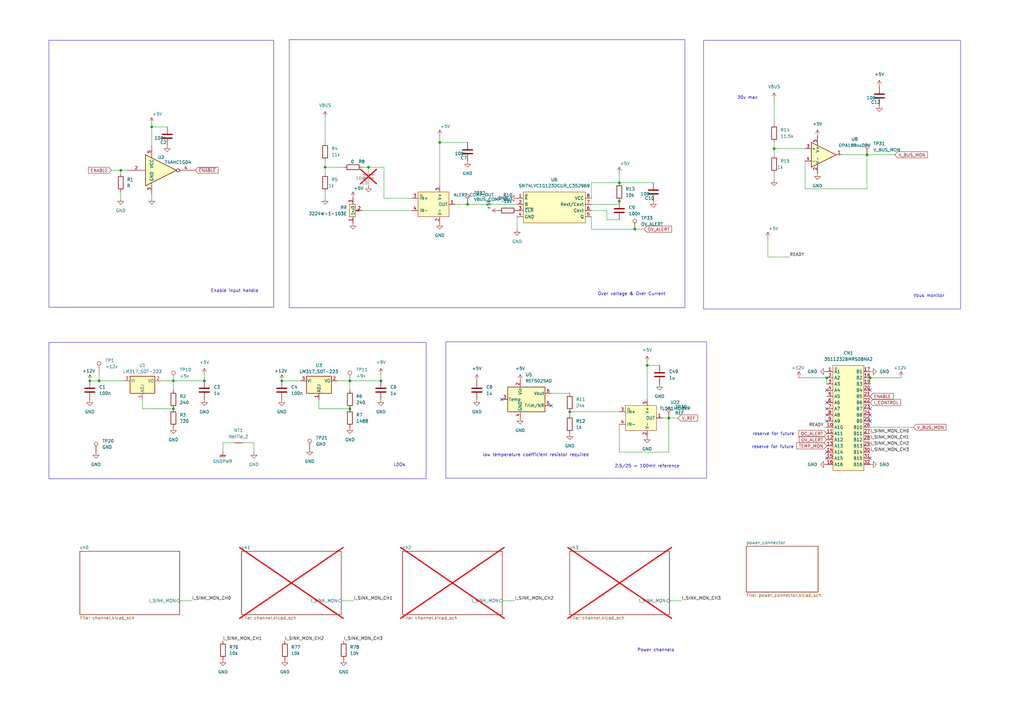
<source format=kicad_sch>
(kicad_sch (version 20250114) (generator "eeschema") (generator_version "9.0")
  (paper "A3")
  (lib_symbols
    (symbol "74xGxx:74AHC1G04"
      (property "Reference" "U" (at -2.54 3.81 0))
      (property "Value" "74AHC1G04" (at 0 -3.81 0))
      (symbol "74AHC1G04_0_1"
        (polyline (pts (xy -7.62 6.35) (xy -7.62 -6.35) (xy 5.08 0) (xy -7.62 6.35)) (stroke (width 0.254)) (fill (type background)))
      )
      (symbol "74AHC1G04_1_1"
        (pin input line (at -15.24 0 0) (length 7.62) (name "~") (number "2"))
        (pin no_connect line (at -7.62 2.54 0) (length 2.54) (hide yes) (name "NC") (number "1"))
        (pin power_in line (at -5.08 10.16 270) (length 5.08) (name "VCC") (number "5"))
        (pin power_in line (at -5.08 -10.16 90) (length 5.08) (name "GND") (number "3"))
        (pin output inverted (at 12.7 0 180) (length 7.62) (name "~") (number "4"))
      )
    )
    (symbol "Amplifier_Operational:OPA188xxDBV" (pin_names (offset 0.127))
      (property "Reference" "U" (at 0 5.08 0))
      (property "Value" "OPA188xxDBV" (at 0 -5.08 0))
      (symbol "OPA188xxDBV_0_1"
        (polyline (pts (xy -5.08 5.08) (xy 5.08 0) (xy -5.08 -5.08) (xy -5.08 5.08)) (stroke (width 0.254)) (fill (type background)))
        (pin power_in line (at -2.54 7.62 270) (length 3.81) (name "V+") (number "5"))
        (pin power_in line (at -2.54 -7.62 90) (length 3.81) (name "V-") (number "2"))
      )
      (symbol "OPA188xxDBV_1_1"
        (pin input line (at -7.62 2.54 0) (length 2.54) (name "+") (number "3"))
        (pin input line (at -7.62 -2.54 0) (length 2.54) (name "-") (number "4"))
        (pin output line (at 7.62 0 180) (length 2.54) (name "~") (number "1"))
      )
    )
    (symbol "Connector:TestPoint" (pin_numbers (hide yes)) (pin_names (offset 0.762) (hide yes))
      (property "Reference" "TP" (at 0 6.858 0))
      (property "Value" "TestPoint" (at 0 5.08 0))
      (symbol "TestPoint_0_1"
        (circle (center 0 3.302) (radius 0.762))
      )
      (symbol "TestPoint_1_1"
        (pin passive line (at 0 0 90) (length 2.54) (name "1") (number "1"))
      )
    )
    (symbol "Device:C" (pin_numbers (hide yes)) (pin_names (offset 0.254))
      (property "Reference" "C" (at 0.635 2.54 0))
      (property "Value" "C" (at 0.635 -2.54 0))
      (symbol "C_0_1"
        (polyline (pts (xy -2.032 0.762) (xy 2.032 0.762)) (stroke (width 0.508)))
        (polyline (pts (xy -2.032 -0.762) (xy 2.032 -0.762)) (stroke (width 0.508)))
      )
      (symbol "C_1_1"
        (pin passive line (at 0 3.81 270) (length 2.794) (name "~") (number "1"))
        (pin passive line (at 0 -3.81 90) (length 2.794) (name "~") (number "2"))
      )
    )
    (symbol "Device:NetTie_2" (pin_numbers (hide yes)) (pin_names (offset 0) (hide yes)) (in_bom no)
      (property "Reference" "NT" (at 0 1.27 0))
      (property "Value" "NetTie_2" (at 0 -1.27 0))
      (symbol "NetTie_2_0_1"
        (polyline (pts (xy -1.27 0) (xy 1.27 0)) (stroke (width 0.254)))
      )
      (symbol "NetTie_2_1_1"
        (pin passive line (at -2.54 0 0) (length 2.54) (name "1") (number "1"))
        (pin passive line (at 2.54 0 180) (length 2.54) (name "2") (number "2"))
      )
    )
    (symbol "Device:R" (pin_numbers (hide yes)) (pin_names (offset 0))
      (property "Reference" "R" (at 2.032 0 90))
      (property "Value" "R" (at 0 0 90))
      (symbol "R_0_1"
        (rectangle (start -1.016 -2.54) (end 1.016 2.54) (stroke (width 0.254)))
      )
      (symbol "R_1_1"
        (pin passive line (at 0 3.81 270) (length 1.27) (name "~") (number "1"))
        (pin passive line (at 0 -3.81 90) (length 1.27) (name "~") (number "2"))
      )
    )
    (symbol "Reference_Voltage:REF5025AD" (pin_names (offset 0.254))
      (property "Reference" "U" (at -1.27 8.255 0))
      (property "Value" "REF5025AD" (at -1.27 6.35 0))
      (symbol "REF5025AD_0_1"
        (rectangle (start -7.62 5.08) (end 7.62 -5.08) (stroke (width 0.254)) (fill (type background)))
      )
      (symbol "REF5025AD_1_1"
        (pin passive line (at -10.16 0 0) (length 2.54) (name "Temp") (number "3"))
        (pin no_connect line (at -7.62 2.54 0) (length 2.54) (hide yes) (name "DNC") (number "1"))
        (pin no_connect line (at -5.08 -5.08 90) (length 2.54) (hide yes) (name "NC") (number "7"))
        (pin power_in line (at -2.54 7.62 270) (length 2.54) (name "Vin") (number "2"))
        (pin power_in line (at -2.54 -7.62 90) (length 2.54) (name "GND") (number "4"))
        (pin no_connect line (at 7.62 0 180) (length 2.54) (hide yes) (name "DNC") (number "8"))
        (pin power_out line (at 10.16 2.54 180) (length 2.54) (name "Vout") (number "6"))
        (pin passive line (at 10.16 -2.54 180) (length 2.54) (name "Trim/NR") (number "5"))
      )
    )
    (symbol "Regulator_Linear:LM317_SOT-223" (pin_names (offset 0.254))
      (property "Reference" "U" (at -3.81 3.175 0))
      (property "Value" "LM317_SOT-223" (at 0 3.175 0))
      (symbol "LM317_SOT-223_0_1"
        (rectangle (start -5.08 1.905) (end 5.08 -5.08) (stroke (width 0.254)) (fill (type background)))
      )
      (symbol "LM317_SOT-223_1_1"
        (pin power_in line (at -7.62 0 0) (length 2.54) (name "VI") (number "3"))
        (pin input line (at 0 -7.62 90) (length 2.54) (name "ADJ") (number "1"))
        (pin power_out line (at 7.62 0 180) (length 2.54) (name "VO") (number "2"))
      )
    )
    (symbol "TL081HIDBVR_1"
      (property "Reference" "U" (at 0 7.62 0))
      (property "Value" "TL081HIDBVR" (at 0 -7.62 0))
      (symbol "TL081HIDBVR_1_0_1"
        (rectangle (start -6.35 5.08) (end 6.35 -5.08) (fill (type background)))
        (circle (center -5.08 3.81) (radius 0.38))
        (pin unspecified line (at -8.89 2.54 0) (length 2.54) (name "IN+") (number "3"))
        (pin unspecified line (at -8.89 -2.54 0) (length 2.54) (name "IN-") (number "4"))
        (pin unspecified line (at 2.54 7.62 270) (length 2.54) (name "V+") (number "5"))
        (pin unspecified line (at 2.54 -7.62 90) (length 2.54) (name "V-") (number "2"))
        (pin unspecified line (at 8.89 0 180) (length 2.54) (name "OUT") (number "1"))
      )
    )
    (symbol "power:+5V" (power) (pin_numbers (hide yes)) (pin_names (offset 0) (hide yes))
      (property "Value" "+5V" (at 0 3.556 0))
      (symbol "+5V_0_1"
        (polyline (pts (xy -0.762 1.27) (xy 0 2.54)))
        (polyline (pts (xy 0 2.54) (xy 0.762 1.27)))
        (polyline (pts (xy 0 0) (xy 0 2.54)))
      )
      (symbol "+5V_1_1"
        (pin power_in line (at 0 0 90) (length 0) (name "~") (number "1"))
      )
    )
    (symbol "power:+9V" (power) (pin_numbers (hide yes)) (pin_names (offset 0) (hide yes))
      (property "Value" "+9V" (at 0 3.556 0))
      (symbol "+9V_0_1"
        (polyline (pts (xy -0.762 1.27) (xy 0 2.54)))
        (polyline (pts (xy 0 2.54) (xy 0.762 1.27)))
        (polyline (pts (xy 0 0) (xy 0 2.54)))
      )
      (symbol "+9V_1_1"
        (pin power_in line (at 0 0 90) (length 0) (name "~") (number "1"))
      )
    )
    (symbol "power:GND" (power) (pin_numbers (hide yes)) (pin_names (offset 0) (hide yes))
      (property "Value" "GND" (at 0 -3.81 0))
      (symbol "GND_0_1"
        (polyline (pts (xy 0 0) (xy 0 -1.27) (xy 1.27 -1.27) (xy 0 -2.54) (xy -1.27 -1.27) (xy 0 -1.27)))
      )
      (symbol "GND_1_1"
        (pin power_in line (at 0 0 270) (length 0) (name "~") (number "1"))
      )
    )
    (symbol "power:GNDPWR" (power) (pin_numbers (hide yes)) (pin_names (offset 0) (hide yes))
      (property "Value" "GNDPWR" (at 0 -3.302 0))
      (symbol "GNDPWR_0_1"
        (polyline (pts (xy -1.016 -1.27) (xy -1.27 -2.032) (xy -1.27 -2.032)) (stroke (width 0.2032)))
        (polyline (pts (xy -0.508 -1.27) (xy -0.762 -2.032) (xy -0.762 -2.032)) (stroke (width 0.2032)))
        (polyline (pts (xy 0 -1.27) (xy 0 0)))
        (polyline (pts (xy 0 -1.27) (xy -0.254 -2.032) (xy -0.254 -2.032)) (stroke (width 0.2032)))
        (polyline (pts (xy 0.508 -1.27) (xy 0.254 -2.032) (xy 0.254 -2.032)) (stroke (width 0.2032)))
        (polyline (pts (xy 1.016 -1.27) (xy -1.016 -1.27) (xy -1.016 -1.27)) (stroke (width 0.2032)))
        (polyline (pts (xy 1.016 -1.27) (xy 0.762 -2.032) (xy 0.762 -2.032) (xy 0.762 -2.032)) (stroke (width 0.2032)))
      )
      (symbol "GNDPWR_1_1"
        (pin power_in line (at 0 0 270) (length 0) (name "~") (number "1"))
      )
    )
    (symbol "power:VBUS" (power) (pin_numbers (hide yes)) (pin_names (offset 0) (hide yes))
      (property "Value" "VBUS" (at 0 3.556 0))
      (symbol "VBUS_0_1"
        (polyline (pts (xy -0.762 1.27) (xy 0 2.54)))
        (polyline (pts (xy 0 2.54) (xy 0.762 1.27)))
        (polyline (pts (xy 0 0) (xy 0 2.54)))
      )
      (symbol "VBUS_1_1"
        (pin power_in line (at 0 0 90) (length 0) (name "~") (number "1"))
      )
    )
    (symbol "programmable-load-library:3224W-1-103E"
      (property "Reference" "R" (at 0 10.16 0))
      (property "Value" "3224W-1-103E" (at 0 -10.16 0))
      (symbol "3224W-1-103E_0_1"
        (polyline (pts (xy -0.25 0) (xy -1.52 0)))
        (polyline (pts (xy 0.25 0) (xy -1.02 -0.51) (xy -1.02 0.51) (xy 0.25 0)) (fill (type background)))
        (polyline (pts (xy 0.25 -2.54) (xy 0.25 2.54) (xy 2.79 2.54) (xy 2.79 -2.54) (xy 0.25 -2.54)) (fill (type background)))
        (pin input line (at -2.54 0 0) (length 2.54) (name "2") (number "2"))
        (pin input line (at 1.27 5.08 270) (length 2.54) (name "1") (number "1"))
        (pin input line (at 1.27 -5.08 90) (length 2.54) (name "3") (number "3"))
      )
    )
    (symbol "programmable-load-library:3511232BMRS0BNA2"
      (property "Reference" "CN" (at 0 24.13 0))
      (property "Value" "3511232BMRS0BNA2" (at 0 -24.13 0))
      (symbol "3511232BMRS0BNA2_0_1"
        (rectangle (start -6.35 21.59) (end 6.35 -21.59) (fill (type background)))
        (circle (center -5.08 20.32) (radius 0.38))
        (pin unspecified line (at -8.89 19.05 0) (length 2.54) (name "A1") (number "1"))
        (pin unspecified line (at -8.89 16.51 0) (length 2.54) (name "A2") (number "2"))
        (pin unspecified line (at -8.89 13.97 0) (length 2.54) (name "A3") (number "3"))
        (pin unspecified line (at -8.89 11.43 0) (length 2.54) (name "A4") (number "4"))
        (pin unspecified line (at -8.89 8.89 0) (length 2.54) (name "A5") (number "5"))
        (pin unspecified line (at -8.89 6.35 0) (length 2.54) (name "A6") (number "6"))
        (pin unspecified line (at -8.89 3.81 0) (length 2.54) (name "A7") (number "7"))
        (pin unspecified line (at -8.89 1.27 0) (length 2.54) (name "A8") (number "8"))
        (pin unspecified line (at -8.89 -1.27 0) (length 2.54) (name "A9") (number "9"))
        (pin unspecified line (at -8.89 -3.81 0) (length 2.54) (name "A10") (number "10"))
        (pin unspecified line (at -8.89 -6.35 0) (length 2.54) (name "A11") (number "11"))
        (pin unspecified line (at -8.89 -8.89 0) (length 2.54) (name "A12") (number "12"))
        (pin unspecified line (at -8.89 -11.43 0) (length 2.54) (name "A13") (number "13"))
        (pin unspecified line (at -8.89 -13.97 0) (length 2.54) (name "A14") (number "14"))
        (pin unspecified line (at -8.89 -16.51 0) (length 2.54) (name "A15") (number "15"))
        (pin unspecified line (at -8.89 -19.05 0) (length 2.54) (name "A16") (number "16"))
        (pin unspecified line (at 8.89 19.05 180) (length 2.54) (name "B1") (number "17"))
        (pin unspecified line (at 8.89 16.51 180) (length 2.54) (name "B2") (number "18"))
        (pin unspecified line (at 8.89 13.97 180) (length 2.54) (name "B3") (number "19"))
        (pin unspecified line (at 8.89 11.43 180) (length 2.54) (name "B4") (number "20"))
        (pin unspecified line (at 8.89 8.89 180) (length 2.54) (name "B5") (number "21"))
        (pin unspecified line (at 8.89 6.35 180) (length 2.54) (name "B6") (number "22"))
        (pin unspecified line (at 8.89 3.81 180) (length 2.54) (name "B7") (number "23"))
        (pin unspecified line (at 8.89 1.27 180) (length 2.54) (name "B8") (number "24"))
        (pin unspecified line (at 8.89 -1.27 180) (length 2.54) (name "B9") (number "25"))
        (pin unspecified line (at 8.89 -3.81 180) (length 2.54) (name "B10") (number "26"))
        (pin unspecified line (at 8.89 -6.35 180) (length 2.54) (name "B11") (number "27"))
        (pin unspecified line (at 8.89 -8.89 180) (length 2.54) (name "B12") (number "28"))
        (pin unspecified line (at 8.89 -11.43 180) (length 2.54) (name "B13") (number "29"))
        (pin unspecified line (at 8.89 -13.97 180) (length 2.54) (name "B14") (number "30"))
        (pin unspecified line (at 8.89 -16.51 180) (length 2.54) (name "B15") (number "31"))
        (pin unspecified line (at 8.89 -19.05 180) (length 2.54) (name "B16") (number "32"))
      )
    )
    (symbol "programmable-load-library:SN74LVC1G123DCUR_C352969"
      (property "Reference" "U" (at 0 8.89 0))
      (property "Value" "SN74LVC1G123DCUR_C352969" (at 0 -8.89 0))
      (symbol "SN74LVC1G123DCUR_C352969_0_1"
        (rectangle (start -12.7 6.35) (end 12.7 -6.35) (fill (type background)))
        (circle (center -11.43 5.08) (radius 0.38))
        (pin unspecified line (at -15.24 3.81 0) (length 2.54) (name "~{A}") (number "1"))
        (pin unspecified line (at -15.24 1.27 0) (length 2.54) (name "B") (number "2"))
        (pin unspecified line (at -15.24 -1.27 0) (length 2.54) (name "~{CLR}") (number "3"))
        (pin unspecified line (at -15.24 -3.81 0) (length 2.54) (name "GND") (number "4"))
        (pin unspecified line (at 15.24 3.81 180) (length 2.54) (name "VCC") (number "8"))
        (pin unspecified line (at 15.24 1.27 180) (length 2.54) (name "Rext/Cext") (number "7"))
        (pin unspecified line (at 15.24 -1.27 180) (length 2.54) (name "Cext") (number "6"))
        (pin unspecified line (at 15.24 -3.81 180) (length 2.54) (name "Q") (number "5"))
      )
    )
    (symbol "programmable-load-library:TL081HIDBVR"
      (property "Reference" "U" (at 0 7.62 0))
      (property "Value" "TL081HIDBVR" (at 0 -7.62 0))
      (symbol "TL081HIDBVR_0_1"
        (rectangle (start -6.35 5.08) (end 6.35 -5.08) (fill (type background)))
        (circle (center -5.08 3.81) (radius 0.38))
        (pin unspecified line (at -8.89 2.54 0) (length 2.54) (name "IN+") (number "3"))
        (pin unspecified line (at -8.89 -2.54 0) (length 2.54) (name "IN-") (number "4"))
        (pin unspecified line (at 2.54 7.62 270) (length 2.54) (name "V+") (number "5"))
        (pin unspecified line (at 2.54 -7.62 90) (length 2.54) (name "V-") (number "2"))
        (pin unspecified line (at 8.89 0 180) (length 2.54) (name "OUT") (number "1"))
      )
    )
  )
  (rectangle (start 20.066 16.51) (end 112.268 125.984))
  (rectangle (start 182.88 140.208) (end 289.814 196.088))
  (rectangle (start 288.544 16.51) (end 393.954 126.746))
  (rectangle (start 118.618 16.256) (end 280.924 126.238))
  (rectangle (start 20.066 140.462) (end 174.752 196.342))
  (text "reserve for future" (at 316.992 183.388 0) (effects (font (size 1.27 1.27))))
  (text "reserve for future" (at 317.246 178.054 0) (effects (font (size 1.27 1.27))))
  (text "low temperature coefficient resistor required\n" (at 219.71 186.69 0) (effects (font (size 1.27 1.27))))
  (text "Enable input handle" (at 96.266 119.38 0) (effects (font (size 1.27 1.27))))
  (text "Over voltage & Over Current" (at 259.08 120.65 0) (effects (font (size 1.27 1.27))))
  (text "Power channels" (at 268.986 266.7 0) (effects (font (size 1.27 1.27))))
  (text "LDOs\n" (at 163.83 190.754 0) (effects (font (size 1.27 1.27))))
  (text "2.5/25 = 100mV reference" (at 265.43 191.262 0) (effects (font (size 1.27 1.27))))
  (text "Vbus monitor\n" (at 381 121.412 0) (effects (font (size 1.27 1.27))))
  (text "30v max\n" (at 306.578 40.132 0) (effects (font (size 1.27 1.27))))
  (junction (at 339.09 154.94))
  (junction (at 317.5 60.96))
  (junction (at 156.21 156.21))
  (junction (at 233.68 168.91))
  (junction (at 83.82 156.21))
  (junction (at 143.51 167.64))
  (junction (at 71.12 167.64))
  (junction (at 133.35 68.58))
  (junction (at 143.51 156.21))
  (junction (at 191.77 83.82))
  (junction (at 356.87 154.94))
  (junction (at 274.32 171.45))
  (junction (at 265.43 149.86))
  (junction (at 115.57 156.21))
  (junction (at 71.12 156.21))
  (junction (at 355.6 63.5))
  (junction (at 260.35 93.98))
  (junction (at 62.23 52.07))
  (junction (at 36.83 156.21))
  (junction (at 254 82.55))
  (junction (at 180.34 58.42))
  (junction (at 49.53 69.85))
  (junction (at 40.64 156.21))
  (junction (at 254 74.93))
  (junction (at 151.13 68.58))
  (no_connect (at 356.87 172.72))
  (no_connect (at 339.09 185.42))
  (no_connect (at 356.87 187.96))
  (no_connect (at 339.09 167.64))
  (no_connect (at 356.87 167.64))
  (no_connect (at 226.06 166.37))
  (no_connect (at 205.74 163.83))
  (no_connect (at 339.09 187.96))
  (no_connect (at 356.87 160.02))
  (no_connect (at 339.09 170.18))
  (no_connect (at 339.09 172.72))
  (no_connect (at 339.09 165.1))
  (no_connect (at 356.87 170.18))
  (no_connect (at 339.09 160.02))
  (wire (pts (xy 133.35 48.26) (xy 133.35 58.42)))
  (wire (pts (xy 100.33 181.61) (xy 104.14 181.61)))
  (wire (pts (xy 212.09 93.98) (xy 212.09 88.9)))
  (wire (pts (xy 265.43 149.86) (xy 265.43 163.83)))
  (wire (pts (xy 205.994 246.38) (xy 211.074 246.38)))
  (wire (pts (xy 356.87 154.94) (xy 356.87 157.48)))
  (wire (pts (xy 248.92 90.17) (xy 254 90.17)))
  (wire (pts (xy 91.44 181.61) (xy 95.25 181.61)))
  (wire (pts (xy 40.64 152.4) (xy 40.64 156.21)))
  (wire (pts (xy 157.48 68.58) (xy 151.13 68.58)))
  (wire (pts (xy 274.32 171.45) (xy 271.78 171.45)))
  (wire (pts (xy 180.34 58.42) (xy 191.77 58.42)))
  (wire (pts (xy 233.68 168.91) (xy 254 168.91)))
  (wire (pts (xy 71.12 160.02) (xy 71.12 156.21)))
  (wire (pts (xy 36.83 156.21) (xy 40.64 156.21)))
  (wire (pts (xy 317.5 40.64) (xy 317.5 50.8)))
  (wire (pts (xy 62.23 52.07) (xy 68.58 52.07)))
  (wire (pts (xy 62.23 52.07) (xy 62.23 50.8)))
  (wire (pts (xy 148.59 68.58) (xy 151.13 68.58)))
  (wire (pts (xy 83.82 153.67) (xy 83.82 156.21)))
  (wire (pts (xy 317.5 63.5) (xy 317.5 60.96)))
  (wire (pts (xy 264.16 93.98) (xy 260.35 93.98)))
  (wire (pts (xy 337.82 175.26) (xy 339.09 175.26)))
  (wire (pts (xy 138.43 156.21) (xy 143.51 156.21)))
  (wire (pts (xy 45.72 69.85) (xy 49.53 69.85)))
  (wire (pts (xy 133.35 68.58) (xy 133.35 71.12)))
  (wire (pts (xy 242.57 86.36) (xy 248.92 86.36)))
  (wire (pts (xy 49.53 69.85) (xy 52.07 69.85)))
  (wire (pts (xy 130.81 167.64) (xy 143.51 167.64)))
  (wire (pts (xy 369.57 154.94) (xy 356.87 154.94)))
  (wire (pts (xy 274.574 246.38) (xy 279.654 246.38)))
  (wire (pts (xy 265.43 149.86) (xy 270.51 149.86)))
  (wire (pts (xy 62.23 80.01) (xy 62.23 81.28)))
  (wire (pts (xy 66.04 156.21) (xy 71.12 156.21)))
  (wire (pts (xy 91.44 181.61) (xy 91.44 185.42)))
  (wire (pts (xy 168.91 81.28) (xy 157.48 81.28)))
  (wire (pts (xy 254 82.55) (xy 254 83.82)))
  (wire (pts (xy 274.32 185.42) (xy 274.32 171.45)))
  (wire (pts (xy 314.96 105.41) (xy 323.85 105.41)))
  (wire (pts (xy 143.51 156.21) (xy 156.21 156.21)))
  (wire (pts (xy 254 74.93) (xy 267.97 74.93)))
  (wire (pts (xy 130.81 163.83) (xy 130.81 167.64)))
  (wire (pts (xy 355.6 77.47) (xy 355.6 63.5)))
  (wire (pts (xy 254 173.99) (xy 254 185.42)))
  (wire (pts (xy 254 74.93) (xy 242.57 74.93)))
  (wire (pts (xy 242.57 83.82) (xy 254 83.82)))
  (wire (pts (xy 265.43 148.59) (xy 265.43 149.86)))
  (wire (pts (xy 355.6 63.5) (xy 345.44 63.5)))
  (wire (pts (xy 374.65 175.26) (xy 356.87 175.26)))
  (wire (pts (xy 327.66 154.94) (xy 339.09 154.94)))
  (wire (pts (xy 104.14 181.61) (xy 104.14 185.42)))
  (wire (pts (xy 156.21 153.67) (xy 156.21 156.21)))
  (wire (pts (xy 73.66 246.38) (xy 78.74 246.38)))
  (wire (pts (xy 339.09 154.94) (xy 339.09 157.48)))
  (wire (pts (xy 317.5 73.66) (xy 317.5 71.12)))
  (wire (pts (xy 317.5 58.42) (xy 317.5 60.96)))
  (wire (pts (xy 71.12 156.21) (xy 83.82 156.21)))
  (wire (pts (xy 49.53 71.12) (xy 49.53 69.85)))
  (wire (pts (xy 180.34 58.42) (xy 180.34 76.2)))
  (wire (pts (xy 242.57 93.98) (xy 242.57 88.9)))
  (wire (pts (xy 242.57 81.28) (xy 242.57 74.93)))
  (wire (pts (xy 133.35 68.58) (xy 140.97 68.58)))
  (wire (pts (xy 115.57 156.21) (xy 123.19 156.21)))
  (wire (pts (xy 355.6 63.5) (xy 367.03 63.5)))
  (wire (pts (xy 143.51 160.02) (xy 143.51 156.21)))
  (wire (pts (xy 58.42 163.83) (xy 58.42 167.64)))
  (wire (pts (xy 133.35 81.28) (xy 133.35 78.74)))
  (wire (pts (xy 233.68 170.18) (xy 233.68 168.91)))
  (wire (pts (xy 330.2 66.04) (xy 330.2 77.47)))
  (wire (pts (xy 226.06 161.29) (xy 233.68 161.29)))
  (wire (pts (xy 314.96 105.41) (xy 314.96 97.79)))
  (wire (pts (xy 58.42 167.64) (xy 71.12 167.64)))
  (wire (pts (xy 148.59 86.36) (xy 168.91 86.36)))
  (wire (pts (xy 49.53 81.28) (xy 49.53 78.74)))
  (wire (pts (xy 330.2 77.47) (xy 355.6 77.47)))
  (wire (pts (xy 254 185.42) (xy 274.32 185.42)))
  (wire (pts (xy 62.23 59.69) (xy 62.23 52.07)))
  (wire (pts (xy 139.954 246.38) (xy 145.034 246.38)))
  (wire (pts (xy 260.35 93.98) (xy 242.57 93.98)))
  (wire (pts (xy 133.35 66.04) (xy 133.35 68.58)))
  (wire (pts (xy 186.69 83.82) (xy 191.77 83.82)))
  (wire (pts (xy 191.77 83.82) (xy 212.09 83.82)))
  (wire (pts (xy 180.34 58.42) (xy 180.34 55.88)))
  (wire (pts (xy 248.92 86.36) (xy 248.92 90.17)))
  (wire (pts (xy 317.5 60.96) (xy 330.2 60.96)))
  (wire (pts (xy 274.32 171.45) (xy 278.13 171.45)))
  (wire (pts (xy 40.64 156.21) (xy 50.8 156.21)))
  (wire (pts (xy 254 71.12) (xy 254 74.93)))
  (wire (pts (xy 157.48 81.28) (xy 157.48 68.58)))
  (label "I_SINK_MON_CH2" (at 356.87 182.88 0))
  (label "I_SINK_MON_CH2" (at 211.074 246.38 0))
  (label "I_SINK_MON_CH0" (at 78.74 246.38 0))
  (label "I_SINK_MON_CH0" (at 356.87 177.8 0))
  (label "I_SINK_MON_CH1" (at 91.44 262.89 0))
  (label "READY" (at 337.82 175.26 180))
  (label "I_SINK_MON_CH1" (at 145.034 246.38 0))
  (label "I_SINK_MON_CH3" (at 356.87 185.42 0))
  (label "READY" (at 323.85 105.41 0))
  (label "I_SINK_MON_CH3" (at 140.97 262.89 0))
  (label "I_SINK_MON_CH1" (at 356.87 180.34 0))
  (label "I_SINK_MON_CH3" (at 279.654 246.38 0))
  (label "I_SINK_MON_CH2" (at 116.84 262.89 0))
  (global_label "I_CONTROL" (shape input) (at 356.87 165.1 0) (property "Intersheetrefs" "${INTERSHEET_REFS}" (effects (hide yes))))
  (global_label "ENABLE" (shape input) (at 356.87 162.56 0) (property "Intersheetrefs" "${INTERSHEET_REFS}" (effects (hide yes))))
  (global_label "~{ENABLE}" (shape input) (at 80.01 69.85 0) (property "Intersheetrefs" "${INTERSHEET_REFS}" (effects (hide yes))))
  (global_label "V_BUS_MON" (shape input) (at 374.65 175.26 0) (property "Intersheetrefs" "${INTERSHEET_REFS}" (effects (hide yes))))
  (global_label "OV_ALERT" (shape input) (at 264.16 93.98 0) (property "Intersheetrefs" "${INTERSHEET_REFS}" (effects (hide yes))))
  (global_label "V_REF" (shape input) (at 278.13 171.45 0) (property "Intersheetrefs" "${INTERSHEET_REFS}" (effects (hide yes))))
  (global_label "V_BUS_MON" (shape input) (at 367.03 63.5 0) (property "Intersheetrefs" "${INTERSHEET_REFS}" (effects (hide yes))))
  (global_label "ENABLE" (shape input) (at 45.72 69.85 180) (property "Intersheetrefs" "${INTERSHEET_REFS}" (effects (hide yes))))
  (global_label "TEMP_MON" (shape input) (at 339.09 182.88 180) (property "Intersheetrefs" "${INTERSHEET_REFS}" (effects (hide yes))))
  (global_label "OC_ALERT" (shape input) (at 339.09 177.8 180) (property "Intersheetrefs" "${INTERSHEET_REFS}" (effects (hide yes))))
  (global_label "OV_ALERT" (shape input) (at 339.09 180.34 180) (property "Intersheetrefs" "${INTERSHEET_REFS}" (effects (hide yes))))
  (symbol (lib_id "power:GND") (at 213.36 171.45 0) (unit 1)
    (property "Reference" "#PWR031" (effects (hide yes)))
    (property "Value" "GND" (at 213.36 176.53 0))
    (property "Description" "Power symbol creates a global label with name \"GND\" , ground" (effects (hide yes)))
  )
  (symbol (lib_id "power:GND") (at 270.51 157.48 0) (unit 1)
    (property "Reference" "#PWR0106" (effects (hide yes)))
    (property "Value" "GND" (at 270.51 162.56 0))
    (property "Description" "Power symbol creates a global label with name \"GND\" , ground" (effects (hide yes)))
  )
  (symbol (lib_id "Device:C") (at 115.57 160.02 0) (unit 1)
    (property "Reference" "C4" (at 119.38 158.7499 0) (effects (justify left)))
    (property "Value" "100n" (at 119.38 161.2899 0) (effects (justify left)))
    (property "Footprint" "Capacitor_SMD:C_0603_1608Metric" (effects (hide yes)))
    (property "Description" "Unpolarized capacitor" (effects (hide yes)))
  )
  (symbol (lib_id "power:+5V") (at 83.82 153.67 0) (unit 1)
    (property "Reference" "#PWR08" (effects (hide yes)))
    (property "Value" "+5V" (at 83.82 148.59 0))
    (property "Description" "Power symbol creates a global label with name \"+5V\"" (effects (hide yes)))
  )
  (symbol (lib_id "power:GNDPWR") (at 91.44 185.42 0) (unit 1)
    (property "Reference" "#PWR010" (effects (hide yes)))
    (property "Value" "GNDPWR" (at 91.313 189.23 0))
    (property "Description" "Power symbol creates a global label with name \"GNDPWR\" , global ground" (effects (hide yes)))
  )
  (symbol (lib_id "Device:R") (at 91.44 266.7 0) (unit 1)
    (property "Reference" "R76" (at 93.98 265.4299 0) (effects (justify left)))
    (property "Value" "10k" (at 93.98 267.9699 0) (effects (justify left)))
    (property "Footprint" "Resistor_SMD:R_0603_1608Metric" (effects (hide yes)))
    (property "Description" "Resistor" (effects (hide yes)))
  )
  (symbol (lib_id "74xGxx:74AHC1G04") (at 67.31 69.85 0) (unit 1)
    (property "Reference" "U2" (at 66.04 64.516 0))
    (property "Value" "74AHC1G04" (at 72.898 66.548 0))
    (property "Footprint" "Package_TO_SOT_SMD:SOT-23-5" (effects (hide yes)))
    (property "Datasheet" "http://www.ti.com/lit/sg/scyt129e/scyt129e.pdf" (effects (hide yes)))
    (property "Description" "Single NOT Gate, Low-Voltage CMOS" (effects (hide yes)))
  )
  (symbol (lib_id "power:+5V") (at 335.28 55.88 0) (unit 1)
    (property "Reference" "#PWR041" (effects (hide yes)))
    (property "Value" "+5V" (at 335.28 50.8 0))
    (property "Description" "Power symbol creates a global label with name \"+5V\"" (effects (hide yes)))
  )
  (symbol (lib_id "Connector:TestPoint") (at 274.32 171.45 0) (unit 1)
    (property "Reference" "TP30" (at 276.86 166.8779 0) (effects (justify left)))
    (property "Value" "REF" (at 276.86 169.4179 0) (effects (justify left)))
    (property "Footprint" "programmable-load-library:SMD_RH-5015" (effects (hide yes)))
    (property "Description" "test point" (effects (hide yes)))
  )
  (symbol (lib_id "Connector:TestPoint") (at 191.77 83.82 0) (unit 1)
    (property "Reference" "TP32" (at 194.31 79.2479 0) (effects (justify left)))
    (property "Value" "VBUS_COMP_OUT" (at 194.31 81.7879 0) (effects (justify left)))
    (property "Footprint" "programmable-load-library:SMD_RH-5015" (effects (hide yes)))
    (property "Description" "test point" (effects (hide yes)))
  )
  (symbol (lib_id "power:GND") (at 127 184.15 0) (unit 1)
    (property "Reference" "#PWR0124" (effects (hide yes)))
    (property "Value" "GND" (at 127 189.23 0))
    (property "Description" "Power symbol creates a global label with name \"GND\" , ground" (effects (hide yes)))
  )
  (symbol (lib_id "programmable-load-library:3224W-1-103E") (at 146.05 86.36 180) (unit 1)
    (property "Reference" "R9" (at 142.24 85.0899 0) (effects (justify left)))
    (property "Value" "3224W-1-103E" (at 142.24 87.6299 0) (effects (justify left)))
    (property "Footprint" "programmable-load-library:RES-ADJ-SMD_3224W" (effects (hide yes)))
    (property "Datasheet" "https://lcsc.com/product-detail/Variable-Resistors_BOURNS_3224W-1-103E_10KR_C81348.html" (effects (hide yes)))
    (property "LCSC Part" "C81348" (effects (hide yes)))
  )
  (symbol (lib_id "Connector:TestPoint") (at 71.12 156.21 0) (unit 1)
    (property "Reference" "TP10" (at 73.66 151.6379 0) (effects (justify left)))
    (property "Value" "+5v" (at 73.66 154.1779 0) (effects (justify left)))
    (property "Footprint" "programmable-load-library:SMD_RH-5015" (effects (hide yes)))
    (property "Description" "test point" (effects (hide yes)))
  )
  (symbol (lib_id "Device:C") (at 36.83 160.02 0) (unit 1)
    (property "Reference" "C1" (at 40.64 158.7499 0) (effects (justify left)))
    (property "Value" "100n" (at 40.64 161.2899 0) (effects (justify left)))
    (property "Footprint" "Capacitor_SMD:C_0603_1608Metric" (effects (hide yes)))
    (property "Description" "Unpolarized capacitor" (effects (hide yes)))
  )
  (symbol (lib_id "power:GND") (at 151.13 76.2 0) (unit 1)
    (property "Reference" "#PWR019" (effects (hide yes)))
    (property "Value" "GND" (effects (hide yes)))
    (property "Description" "Power symbol creates a global label with name \"GND\" , ground" (effects (hide yes)))
  )
  (symbol (lib_id "Regulator_Linear:LM317_SOT-223") (at 130.81 156.21 0) (unit 1)
    (property "Reference" "U3" (at 130.81 149.86 0))
    (property "Value" "LM317_SOT-223" (at 130.81 152.4 0))
    (property "Footprint" "Package_TO_SOT_SMD:SOT-89-3" (effects (hide yes)))
    (property "Datasheet" "http://www.ti.com/lit/ds/symlink/lm317.pdf" (effects (hide yes)))
    (property "Description" "1.5A 35V Adjustable Linear Regulator, SOT-223" (effects (hide yes)))
  )
  (symbol (lib_id "Reference_Voltage:REF5025AD") (at 215.9 163.83 0) (unit 1)
    (property "Reference" "U5" (at 215.5033 153.67 0) (effects (justify left)))
    (property "Value" "REF5025AD" (at 215.5033 156.21 0) (effects (justify left)))
    (property "Footprint" "Package_SO:SOIC-8_3.9x4.9mm_P1.27mm" (effects (hide yes)))
    (property "Datasheet" "http://www.ti.com/lit/ds/symlink/ref5030.pdf" (effects (hide yes)))
    (property "Description" "2.5V 0.1% 10mA Low Noise Precision Voltage Reference, SO-8" (effects (hide yes)))
  )
  (symbol (lib_id "Device:R") (at 233.68 173.99 0) (unit 1)
    (property "Reference" "R12" (at 236.22 172.7199 0) (effects (justify left)))
    (property "Value" "1k" (at 236.22 175.2599 0) (effects (justify left)))
    (property "Footprint" "Resistor_SMD:R_0603_1608Metric" (effects (hide yes)))
    (property "Description" "Resistor" (effects (hide yes)))
  )
  (symbol (lib_id "Device:R") (at 133.35 74.93 180) (unit 1)
    (property "Reference" "R5" (at 135.89 73.6599 0) (effects (justify right)))
    (property "Value" "1k" (at 134.62 76.2 0) (effects (justify right)))
    (property "Footprint" "Resistor_SMD:R_0603_1608Metric" (effects (hide yes)))
    (property "Description" "Resistor" (effects (hide yes)))
  )
  (symbol (lib_id "power:GND") (at 115.57 163.83 0) (unit 1)
    (property "Reference" "#PWR013" (effects (hide yes)))
    (property "Value" "GND" (at 115.57 168.91 0))
    (property "Description" "Power symbol creates a global label with name \"GND\" , ground" (effects (hide yes)))
  )
  (symbol (lib_id "power:GND") (at 212.09 81.28 270) (unit 1)
    (property "Reference" "#PWR028" (effects (hide yes)))
    (property "Value" "GND" (at 208.28 81.2799 90) (effects (justify right)))
    (property "Description" "Power symbol creates a global label with name \"GND\" , ground" (effects (hide yes)))
  )
  (symbol (lib_id "power:GND") (at 133.35 81.28 0) (unit 1)
    (property "Reference" "#PWR015" (effects (hide yes)))
    (property "Value" "GND" (effects (hide yes)))
    (property "Description" "Power symbol creates a global label with name \"GND\" , ground" (effects (hide yes)))
  )
  (symbol (lib_id "Device:R") (at 133.35 62.23 0) (unit 1)
    (property "Reference" "R4" (at 135.89 60.9599 0) (effects (justify left)))
    (property "Value" "11k" (at 135.89 63.4999 0) (effects (justify left)))
    (property "Footprint" "Resistor_SMD:R_0603_1608Metric" (effects (hide yes)))
    (property "Description" "Resistor" (effects (hide yes)))
  )
  (symbol (lib_id "Amplifier_Operational:OPA188xxDBV") (at 337.82 63.5 0) (unit 1)
    (property "Reference" "U8" (at 350.52 57.0798 0))
    (property "Value" "OPA188xxDBV" (at 350.52 59.6198 0))
    (property "Footprint" "Package_TO_SOT_SMD:TSOT-23-5" (effects (hide yes)))
    (property "Datasheet" "http://www.ti.com/lit/ds/symlink/opa188.pdf" (effects (hide yes)))
    (property "Description" "Zero-Drift, Precision, Low-Noise, Rail-to-Rail Output, 36-V Operational Amplifier, TSOT-23-5" (effects (hide yes)))
  )
  (symbol (lib_id "Device:C") (at 191.77 62.23 180) (unit 1)
    (property "Reference" "C7" (at 190.246 64.77 0))
    (property "Value" "100n" (at 188.976 62.992 0))
    (property "Footprint" "Capacitor_SMD:C_0603_1608Metric" (effects (hide yes)))
    (property "Description" "Unpolarized capacitor" (effects (hide yes)))
  )
  (symbol (lib_id "power:GND") (at 83.82 163.83 0) (unit 1)
    (property "Reference" "#PWR09" (effects (hide yes)))
    (property "Value" "GND" (at 83.82 168.91 0))
    (property "Description" "Power symbol creates a global label with name \"GND\" , ground" (effects (hide yes)))
  )
  (symbol (lib_id "power:+5V") (at 195.58 156.21 0) (unit 1)
    (property "Reference" "#PWR025" (effects (hide yes)))
    (property "Value" "+5V" (at 195.58 151.13 0))
    (property "Description" "Power symbol creates a global label with name \"+5V\"" (effects (hide yes)))
  )
  (symbol (lib_id "Connector:TestPoint") (at 355.6 63.5 0) (unit 1)
    (property "Reference" "TP31" (at 358.14 58.9279 0) (effects (justify left)))
    (property "Value" "V_BUS_MON" (at 358.14 61.4679 0) (effects (justify left)))
    (property "Footprint" "programmable-load-library:SMD_RH-5015" (effects (hide yes)))
    (property "Description" "test point" (effects (hide yes)))
  )
  (symbol (lib_id "Connector:TestPoint") (at 127 184.15 0) (unit 1)
    (property "Reference" "TP21" (at 129.54 179.5779 0) (effects (justify left)))
    (property "Value" "GND" (at 129.54 182.1179 0) (effects (justify left)))
    (property "Footprint" "programmable-load-library:SMD_RH-5015" (effects (hide yes)))
    (property "Description" "test point" (effects (hide yes)))
  )
  (symbol (lib_id "power:+9V") (at 156.21 153.67 0) (unit 1)
    (property "Reference" "#PWR020" (effects (hide yes)))
    (property "Value" "+9V" (at 156.21 148.59 0))
    (property "Description" "Power symbol creates a global label with name \"+9V\"" (effects (hide yes)))
  )
  (symbol (lib_id "power:VBUS") (at 204.47 86.36 90) (unit 1)
    (property "Reference" "#PWR027" (effects (hide yes)))
    (property "Value" "+5V" (at 200.406 86.106 0) (effects (justify left)))
    (property "Description" "Power symbol creates a global label with name \"VBUS\"" (effects (hide yes)))
  )
  (symbol (lib_id "Device:C") (at 267.97 78.74 180) (unit 1)
    (property "Reference" "C10" (at 266.446 81.28 0))
    (property "Value" "100n" (at 265.176 79.502 0))
    (property "Footprint" "Capacitor_SMD:C_0603_1608Metric" (effects (hide yes)))
    (property "Description" "Unpolarized capacitor" (effects (hide yes)))
  )
  (symbol (lib_id "Device:R") (at 71.12 163.83 0) (unit 1)
    (property "Reference" "R2" (at 73.66 162.5599 0) (effects (justify left)))
    (property "Value" "240" (at 73.66 165.0999 0) (effects (justify left)))
    (property "Footprint" "Resistor_SMD:R_0603_1608Metric" (effects (hide yes)))
    (property "Description" "Resistor" (effects (hide yes)))
  )
  (symbol (lib_id "Device:R") (at 208.28 86.36 90) (unit 1)
    (property "Reference" "R10" (at 208.28 80.01 90))
    (property "Value" "10k" (at 208.28 82.55 90))
    (property "Footprint" "Resistor_SMD:R_0603_1608Metric" (effects (hide yes)))
    (property "Description" "Resistor" (effects (hide yes)))
  )
  (symbol (lib_id "power:GND") (at 233.68 177.8 0) (unit 1)
    (property "Reference" "#PWR032" (effects (hide yes)))
    (property "Value" "GND" (at 233.68 182.88 0))
    (property "Description" "Power symbol creates a global label with name \"GND\" , ground" (effects (hide yes)))
  )
  (symbol (lib_id "Device:R") (at 317.5 67.31 180) (unit 1)
    (property "Reference" "R15" (at 320.04 66.0399 0) (effects (justify right)))
    (property "Value" "1k" (at 318.77 68.58 0) (effects (justify right)))
    (property "Footprint" "Resistor_SMD:R_0603_1608Metric" (effects (hide yes)))
    (property "Description" "Resistor" (effects (hide yes)))
  )
  (symbol (lib_id "power:GND") (at 339.09 152.4 270) (unit 1)
    (property "Reference" "#PWR034" (effects (hide yes)))
    (property "Value" "GND" (at 335.28 152.3999 90) (effects (justify right)))
    (property "Description" "Power symbol creates a global label with name \"GND\" , ground" (effects (hide yes)))
  )
  (symbol (lib_id "programmable-load-library:SN74LVC1G123DCUR_C352969") (at 227.33 85.09 0) (unit 1)
    (property "Reference" "U6" (at 227.33 73.66 0))
    (property "Value" "SN74LVC1G123DCUR_C352969" (at 227.33 76.2 0))
    (property "Footprint" "programmable-load-library:VSSOP-8_L2.3-W2.0-P0.50-LS3.1-BL" (effects (hide yes)))
    (property "Datasheet" "https://lcsc.com/product-detail/74-Series_Texas-Instruments-TI-SN74LVC1G123DCUR_C352969.html" (effects (hide yes)))
    (property "LCSC Part" "C352969" (effects (hide yes)))
  )
  (symbol (lib_id "Device:C") (at 254 86.36 0) (unit 1)
    (property "Reference" "C9" (at 257.81 85.0899 0) (effects (justify left)))
    (property "Value" "100n" (at 257.81 87.6299 0) (effects (justify left)))
    (property "Footprint" "Capacitor_SMD:C_0603_1608Metric" (effects (hide yes)))
    (property "Description" "Unpolarized capacitor" (effects (hide yes)))
  )
  (symbol (lib_id "Device:C") (at 68.58 55.88 180) (unit 1)
    (property "Reference" "C2" (at 67.056 58.42 0))
    (property "Value" "100n" (at 65.786 56.642 0))
    (property "Footprint" "Capacitor_SMD:C_0603_1608Metric" (effects (hide yes)))
    (property "Description" "Unpolarized capacitor" (effects (hide yes)))
  )
  (symbol (lib_id "Device:R") (at 143.51 163.83 0) (unit 1)
    (property "Reference" "R6" (at 146.05 162.5599 0) (effects (justify left)))
    (property "Value" "240" (at 146.05 165.0999 0) (effects (justify left)))
    (property "Footprint" "Resistor_SMD:R_0603_1608Metric" (effects (hide yes)))
    (property "Description" "Resistor" (effects (hide yes)))
  )
  (symbol (lib_id "Device:NetTie_2") (at 97.79 181.61 0) (unit 1) (in_bom no)
    (property "Reference" "NT1" (at 97.79 176.53 0))
    (property "Value" "NetTie_2" (at 97.79 179.07 0))
    (property "Footprint" "NetTie:NetTie-2_SMD_Pad0.5mm" (effects (hide yes)))
    (property "Description" "Net tie, 2 pins" (effects (hide yes)))
  )
  (symbol (lib_name "TL081HIDBVR_1") (lib_id "programmable-load-library:TL081HIDBVR") (at 177.8 83.82 0) (unit 1)
    (property "Reference" "U7" (effects (hide yes)))
    (property "Value" "ALERT_COMP_OUT" (at 194.31 79.9398 0))
    (property "Footprint" "programmable-load-library:SOT-23-5_L2.9-W1.6-P0.95-LS2.8-TL" (effects (hide yes)))
    (property "LCSC Part" "C2937165" (effects (hide yes)))
  )
  (symbol (lib_id "power:GND") (at 356.87 190.5 90) (unit 1)
    (property "Reference" "#PWR0108" (effects (hide yes)))
    (property "Value" "GND" (at 360.68 190.4999 90) (effects (justify right)))
    (property "Description" "Power symbol creates a global label with name \"GND\" , ground" (effects (hide yes)))
  )
  (symbol (lib_id "Connector:TestPoint") (at 39.37 185.42 0) (unit 1)
    (property "Reference" "TP20" (at 41.91 180.8479 0) (effects (justify left)))
    (property "Value" "GND" (at 41.91 183.3879 0) (effects (justify left)))
    (property "Footprint" "programmable-load-library:SMD_RH-5015" (effects (hide yes)))
    (property "Description" "test point" (effects (hide yes)))
  )
  (symbol (lib_id "power:VBUS") (at 144.78 81.28 0) (unit 1)
    (property "Reference" "#PWR017" (effects (hide yes)))
    (property "Value" "+5V" (at 145.034 77.216 0) (effects (justify left)))
    (property "Description" "Power symbol creates a global label with name \"VBUS\"" (effects (hide yes)))
  )
  (symbol (lib_id "Device:R") (at 116.84 266.7 0) (unit 1)
    (property "Reference" "R77" (at 119.38 265.4299 0) (effects (justify left)))
    (property "Value" "10k" (at 119.38 267.9699 0) (effects (justify left)))
    (property "Footprint" "Resistor_SMD:R_0603_1608Metric" (effects (hide yes)))
    (property "Description" "Resistor" (effects (hide yes)))
  )
  (symbol (lib_id "Device:C") (at 156.21 160.02 0) (unit 1)
    (property "Reference" "C6" (at 160.02 158.7499 0) (effects (justify left)))
    (property "Value" "1u" (at 160.02 161.2899 0) (effects (justify left)))
    (property "Footprint" "Capacitor_SMD:C_0603_1608Metric" (effects (hide yes)))
    (property "Description" "Unpolarized capacitor" (effects (hide yes)))
  )
  (symbol (lib_id "power:GND") (at 156.21 163.83 0) (unit 1)
    (property "Reference" "#PWR021" (effects (hide yes)))
    (property "Value" "GND" (at 156.21 168.91 0))
    (property "Description" "Power symbol creates a global label with name \"GND\" , ground" (effects (hide yes)))
  )
  (symbol (lib_id "power:GND") (at 143.51 175.26 0) (unit 1)
    (property "Reference" "#PWR016" (effects (hide yes)))
    (property "Value" "GND" (at 143.51 180.34 0))
    (property "Description" "Power symbol creates a global label with name \"GND\" , ground" (effects (hide yes)))
  )
  (symbol (lib_id "power:GND") (at 68.58 59.69 0) (unit 1)
    (property "Reference" "#PWR06" (effects (hide yes)))
    (property "Value" "GND" (effects (hide yes)))
    (property "Description" "Power symbol creates a global label with name \"GND\" , ground" (effects (hide yes)))
  )
  (symbol (lib_id "power:GND") (at 339.09 190.5 270) (unit 1)
    (property "Reference" "#PWR0107" (effects (hide yes)))
    (property "Value" "GND" (at 335.28 190.4999 90) (effects (justify right)))
    (property "Description" "Power symbol creates a global label with name \"GND\" , ground" (effects (hide yes)))
  )
  (symbol (lib_id "power:GND") (at 212.09 93.98 0) (unit 1)
    (property "Reference" "#PWR029" (effects (hide yes)))
    (property "Value" "GND" (at 212.09 99.06 0))
    (property "Description" "Power symbol creates a global label with name \"GND\" , ground" (effects (hide yes)))
  )
  (symbol (lib_id "programmable-load-library:3511232BMRS0BNA2") (at 347.98 171.45 0) (unit 1)
    (property "Reference" "CN1" (at 347.98 144.78 0))
    (property "Value" "3511232BMRS0BNA2" (at 347.98 147.32 0))
    (property "Footprint" "programmable-load-library:CONN-TH_3511232BMRS0BNA2" (effects (hide yes)))
    (property "LCSC Part" "C963694" (effects (hide yes)))
  )
  (symbol (lib_id "power:GND") (at 267.97 82.55 0) (unit 1)
    (property "Reference" "#PWR036" (effects (hide yes)))
    (property "Value" "GND" (effects (hide yes)))
    (property "Description" "Power symbol creates a global label with name \"GND\" , ground" (effects (hide yes)))
  )
  (symbol (lib_id "power:GND") (at 335.28 71.12 0) (unit 1)
    (property "Reference" "#PWR042" (effects (hide yes)))
    (property "Value" "GND" (at 335.28 76.2 0))
    (property "Description" "Power symbol creates a global label with name \"GND\" , ground" (effects (hide yes)))
  )
  (symbol (lib_id "power:GND") (at 191.77 66.04 0) (unit 1)
    (property "Reference" "#PWR024" (effects (hide yes)))
    (property "Value" "GND" (at 191.77 71.12 0))
    (property "Description" "Power symbol creates a global label with name \"GND\" , ground" (effects (hide yes)))
  )
  (symbol (lib_id "Device:R") (at 49.53 74.93 0) (unit 1)
    (property "Reference" "R1" (at 52.07 73.6599 0) (effects (justify left)))
    (property "Value" "R" (at 52.07 76.1999 0) (effects (justify left)))
    (property "Footprint" "Resistor_SMD:R_0603_1608Metric" (effects (hide yes)))
    (property "Description" "Resistor" (effects (hide yes)))
  )
  (symbol (lib_id "Device:R") (at 140.97 266.7 0) (unit 1)
    (property "Reference" "R78" (at 143.51 265.4299 0) (effects (justify left)))
    (property "Value" "10k" (at 143.51 267.9699 0) (effects (justify left)))
    (property "Footprint" "Resistor_SMD:R_0603_1608Metric" (effects (hide yes)))
    (property "Description" "Resistor" (effects (hide yes)))
  )
  (symbol (lib_id "power:VBUS") (at 369.57 154.94 0) (unit 1)
    (property "Reference" "#PWR0110" (effects (hide yes)))
    (property "Value" "+12V" (at 366.522 150.876 0) (effects (justify left)))
    (property "Description" "Power symbol creates a global label with name \"VBUS\"" (effects (hide yes)))
  )
  (symbol (lib_id "programmable-load-library:TL081HIDBVR") (at 262.89 171.45 0) (unit 1)
    (property "Reference" "U22" (at 276.86 165.0298 0))
    (property "Value" "TL081HIDBVR" (at 276.86 167.5698 0))
    (property "Footprint" "programmable-load-library:SOT-23-5_L2.9-W1.6-P0.95-LS2.8-TL" (effects (hide yes)))
    (property "LCSC Part" "C2937165" (effects (hide yes)))
  )
  (symbol (lib_id "Device:R") (at 317.5 54.61 0) (unit 1)
    (property "Reference" "R14" (at 320.04 53.3399 0) (effects (justify left)))
    (property "Value" "11.5k" (at 320.04 55.8799 0) (effects (justify left)))
    (property "Footprint" "Resistor_SMD:R_0603_1608Metric" (effects (hide yes)))
    (property "Description" "Resistor" (effects (hide yes)))
  )
  (symbol (lib_id "power:GND") (at 62.23 81.28 0) (unit 1)
    (property "Reference" "#PWR05" (effects (hide yes)))
    (property "Value" "GND" (effects (hide yes)))
    (property "Description" "Power symbol creates a global label with name \"GND\" , ground" (effects (hide yes)))
  )
  (symbol (lib_id "power:GND") (at 116.84 270.51 0) (unit 1)
    (property "Reference" "#PWR0134" (effects (hide yes)))
    (property "Value" "GND" (at 116.84 275.59 0))
    (property "Description" "Power symbol creates a global label with name \"GND\" , ground" (effects (hide yes)))
  )
  (symbol (lib_id "Connector:TestPoint") (at 40.64 152.4 0) (unit 1)
    (property "Reference" "TP1" (at 43.18 147.8279 0) (effects (justify left)))
    (property "Value" "+12v" (at 43.18 150.3679 0) (effects (justify left)))
    (property "Footprint" "programmable-load-library:SMD_RH-5015" (effects (hide yes)))
    (property "Description" "test point" (effects (hide yes)))
  )
  (symbol (lib_id "power:GND") (at 71.12 175.26 0) (unit 1)
    (property "Reference" "#PWR07" (effects (hide yes)))
    (property "Value" "GND" (at 71.12 180.34 0))
    (property "Description" "Power symbol creates a global label with name \"GND\" , ground" (effects (hide yes)))
  )
  (symbol (lib_id "power:GND") (at 360.68 43.18 0) (unit 1)
    (property "Reference" "#PWR044" (effects (hide yes)))
    (property "Value" "GND" (effects (hide yes)))
    (property "Description" "Power symbol creates a global label with name \"GND\" , ground" (effects (hide yes)))
  )
  (symbol (lib_id "power:VBUS") (at 115.57 156.21 0) (unit 1)
    (property "Reference" "#PWR012" (effects (hide yes)))
    (property "Value" "+12V" (at 112.522 152.146 0) (effects (justify left)))
    (property "Description" "Power symbol creates a global label with name \"VBUS\"" (effects (hide yes)))
  )
  (symbol (lib_id "power:GND") (at 356.87 152.4 90) (unit 1)
    (property "Reference" "#PWR037" (effects (hide yes)))
    (property "Value" "GND" (at 360.68 152.3999 90) (effects (justify right)))
    (property "Description" "Power symbol creates a global label with name \"GND\" , ground" (effects (hide yes)))
  )
  (symbol (lib_id "Device:C") (at 83.82 160.02 0) (unit 1)
    (property "Reference" "C3" (at 87.63 158.7499 0) (effects (justify left)))
    (property "Value" "1u" (at 87.63 161.2899 0) (effects (justify left)))
    (property "Footprint" "Capacitor_SMD:C_0603_1608Metric" (effects (hide yes)))
    (property "Description" "Unpolarized capacitor" (effects (hide yes)))
  )
  (symbol (lib_id "Device:R") (at 143.51 171.45 0) (unit 1)
    (property "Reference" "R7" (at 146.05 170.1799 0) (effects (justify left)))
    (property "Value" "1488" (at 146.05 172.7199 0) (effects (justify left)))
    (property "Footprint" "Resistor_SMD:R_0603_1608Metric" (effects (hide yes)))
    (property "Description" "Resistor" (effects (hide yes)))
  )
  (symbol (lib_id "Device:R") (at 254 78.74 180) (unit 1)
    (property "Reference" "R13" (at 256.54 77.4699 0) (effects (justify right)))
    (property "Value" "10k" (at 256.54 80.0099 0) (effects (justify right)))
    (property "Footprint" "Resistor_SMD:R_0603_1608Metric" (effects (hide yes)))
    (property "Description" "Resistor" (effects (hide yes)))
  )
  (symbol (lib_id "Device:R") (at 144.78 68.58 90) (unit 1)
    (property "Reference" "R8" (at 148.336 66.294 90))
    (property "Value" "0" (at 144.526 66.294 90))
    (property "Footprint" "Resistor_SMD:R_0603_1608Metric" (effects (hide yes)))
    (property "Description" "Resistor" (effects (hide yes)))
  )
  (symbol (lib_id "power:GND") (at 39.37 185.42 0) (unit 1)
    (property "Reference" "#PWR0123" (effects (hide yes)))
    (property "Value" "GND" (at 39.37 190.5 0))
    (property "Description" "Power symbol creates a global label with name \"GND\" , ground" (effects (hide yes)))
  )
  (symbol (lib_id "Device:R") (at 233.68 165.1 0) (unit 1)
    (property "Reference" "R11" (at 236.22 163.8299 0) (effects (justify left)))
    (property "Value" "24k" (at 236.22 166.3699 0) (effects (justify left)))
    (property "Footprint" "Resistor_SMD:R_0603_1608Metric" (effects (hide yes)))
    (property "Description" "Resistor" (effects (hide yes)))
  )
  (symbol (lib_id "power:VBUS") (at 317.5 40.64 0) (unit 1)
    (property "Reference" "#PWR039" (effects (hide yes)))
    (property "Value" "VBUS" (at 317.5 35.56 0))
    (property "Description" "Power symbol creates a global label with name \"VBUS\"" (effects (hide yes)))
  )
  (symbol (lib_id "power:VBUS") (at 133.35 48.26 0) (unit 1)
    (property "Reference" "#PWR014" (effects (hide yes)))
    (property "Value" "VBUS" (at 133.35 43.18 0))
    (property "Description" "Power symbol creates a global label with name \"VBUS\"" (effects (hide yes)))
  )
  (symbol (lib_id "power:GND") (at 140.97 270.51 0) (unit 1)
    (property "Reference" "#PWR0135" (effects (hide yes)))
    (property "Value" "GND" (at 140.97 275.59 0))
    (property "Description" "Power symbol creates a global label with name \"GND\" , ground" (effects (hide yes)))
  )
  (symbol (lib_id "power:+5V") (at 360.68 35.56 0) (unit 1)
    (property "Reference" "#PWR043" (effects (hide yes)))
    (property "Value" "+5V" (at 360.68 30.48 0))
    (property "Description" "Power symbol creates a global label with name \"+5V\"" (effects (hide yes)))
  )
  (symbol (lib_id "power:GND") (at 195.58 163.83 0) (unit 1)
    (property "Reference" "#PWR026" (effects (hide yes)))
    (property "Value" "GND" (at 195.58 168.91 0))
    (property "Description" "Power symbol creates a global label with name \"GND\" , ground" (effects (hide yes)))
  )
  (symbol (lib_id "power:VBUS") (at 327.66 154.94 0) (unit 1)
    (property "Reference" "#PWR0109" (effects (hide yes)))
    (property "Value" "+12V" (at 324.612 150.876 0) (effects (justify left)))
    (property "Description" "Power symbol creates a global label with name \"VBUS\"" (effects (hide yes)))
  )
  (symbol (lib_id "power:GND") (at 104.14 185.42 0) (unit 1)
    (property "Reference" "#PWR011" (effects (hide yes)))
    (property "Value" "GND" (at 104.14 190.5 0))
    (property "Description" "Power symbol creates a global label with name \"GND\" , ground" (effects (hide yes)))
  )
  (symbol (lib_id "power:GND") (at 180.34 91.44 0) (unit 1)
    (property "Reference" "#PWR023" (effects (hide yes)))
    (property "Value" "GND" (at 180.34 96.52 0))
    (property "Description" "Power symbol creates a global label with name \"GND\" , ground" (effects (hide yes)))
  )
  (symbol (lib_id "power:GND") (at 49.53 81.28 0) (unit 1)
    (property "Reference" "#PWR03" (effects (hide yes)))
    (property "Value" "GND" (at 49.53 86.36 0))
    (property "Description" "Power symbol creates a global label with name \"GND\" , ground" (effects (hide yes)))
  )
  (symbol (lib_id "Regulator_Linear:LM317_SOT-223") (at 58.42 156.21 0) (unit 1)
    (property "Reference" "U1" (at 58.42 149.86 0))
    (property "Value" "LM317_SOT-223" (at 58.42 152.4 0))
    (property "Footprint" "Package_TO_SOT_SMD:SOT-89-3" (effects (hide yes)))
    (property "Datasheet" "http://www.ti.com/lit/ds/symlink/lm317.pdf" (effects (hide yes)))
    (property "Description" "1.5A 35V Adjustable Linear Regulator, SOT-223" (effects (hide yes)))
  )
  (symbol (lib_id "power:+5V") (at 213.36 156.21 0) (unit 1)
    (property "Reference" "#PWR030" (effects (hide yes)))
    (property "Value" "+5V" (at 213.36 151.13 0))
    (property "Description" "Power symbol creates a global label with name \"+5V\"" (effects (hide yes)))
  )
  (symbol (lib_id "power:GND") (at 265.43 179.07 0) (unit 1)
    (property "Reference" "#PWR035" (effects (hide yes)))
    (property "Value" "GND" (at 265.43 184.15 0))
    (property "Description" "Power symbol creates a global label with name \"GND\" , ground" (effects (hide yes)))
  )
  (symbol (lib_id "power:VBUS") (at 254 71.12 0) (unit 1)
    (property "Reference" "#PWR033" (effects (hide yes)))
    (property "Value" "+5V" (at 254.254 67.056 0) (effects (justify left)))
    (property "Description" "Power symbol creates a global label with name \"VBUS\"" (effects (hide yes)))
  )
  (symbol (lib_id "Device:C") (at 195.58 160.02 0) (unit 1)
    (property "Reference" "C8" (at 199.39 158.7499 0) (effects (justify left)))
    (property "Value" "1u" (at 199.39 161.2899 0) (effects (justify left)))
    (property "Footprint" "Capacitor_SMD:C_0603_1608Metric" (effects (hide yes)))
    (property "Description" "Unpolarized capacitor" (effects (hide yes)))
  )
  (symbol (lib_id "Device:C") (at 270.51 153.67 0) (unit 1)
    (property "Reference" "C49" (at 274.32 152.3999 0) (effects (justify left)))
    (property "Value" "1u" (at 274.32 154.9399 0) (effects (justify left)))
    (property "Footprint" "Capacitor_SMD:C_0603_1608Metric" (effects (hide yes)))
    (property "Description" "Unpolarized capacitor" (effects (hide yes)))
  )
  (symbol (lib_id "power:VBUS") (at 314.96 97.79 0) (unit 1)
    (property "Reference" "#PWR038" (effects (hide yes)))
    (property "Value" "+5V" (at 315.214 93.726 0) (effects (justify left)))
    (property "Description" "Power symbol creates a global label with name \"VBUS\"" (effects (hide yes)))
  )
  (symbol (lib_id "power:VBUS") (at 36.83 156.21 0) (unit 1)
    (property "Reference" "#PWR01" (effects (hide yes)))
    (property "Value" "+12V" (at 33.782 152.146 0) (effects (justify left)))
    (property "Description" "Power symbol creates a global label with name \"VBUS\"" (effects (hide yes)))
  )
  (symbol (lib_id "power:VBUS") (at 62.23 50.8 0) (unit 1)
    (property "Reference" "#PWR04" (effects (hide yes)))
    (property "Value" "+5V" (at 62.484 46.736 0) (effects (justify left)))
    (property "Description" "Power symbol creates a global label with name \"VBUS\"" (effects (hide yes)))
  )
  (symbol (lib_id "Device:C") (at 151.13 72.39 180) (unit 1) (dnp yes)
    (property "Reference" "C5" (at 149.606 74.93 0))
    (property "Value" "100n" (at 148.336 73.152 0))
    (property "Footprint" "Capacitor_SMD:C_0603_1608Metric" (effects (hide yes)))
    (property "Description" "Unpolarized capacitor" (effects (hide yes)))
  )
  (symbol (lib_id "power:GND") (at 144.78 91.44 0) (unit 1)
    (property "Reference" "#PWR018" (effects (hide yes)))
    (property "Value" "GND" (effects (hide yes)))
    (property "Description" "Power symbol creates a global label with name \"GND\" , ground" (effects (hide yes)))
  )
  (symbol (lib_id "power:GND") (at 317.5 73.66 0) (unit 1)
    (property "Reference" "#PWR040" (effects (hide yes)))
    (property "Value" "GND" (effects (hide yes)))
    (property "Description" "Power symbol creates a global label with name \"GND\" , ground" (effects (hide yes)))
  )
  (symbol (lib_id "power:+5V") (at 265.43 148.59 0) (unit 1)
    (property "Reference" "#PWR0105" (effects (hide yes)))
    (property "Value" "+5V" (at 265.43 143.51 0))
    (property "Description" "Power symbol creates a global label with name \"+5V\"" (effects (hide yes)))
  )
  (symbol (lib_id "power:VBUS") (at 180.34 55.88 0) (unit 1)
    (property "Reference" "#PWR022" (effects (hide yes)))
    (property "Value" "+5V" (at 180.594 51.816 0) (effects (justify left)))
    (property "Description" "Power symbol creates a global label with name \"VBUS\"" (effects (hide yes)))
  )
  (symbol (lib_id "Device:R") (at 71.12 171.45 0) (unit 1)
    (property "Reference" "R3" (at 73.66 170.1799 0) (effects (justify left)))
    (property "Value" "720" (at 73.66 172.7199 0) (effects (justify left)))
    (property "Footprint" "Resistor_SMD:R_0603_1608Metric" (effects (hide yes)))
    (property "Description" "Resistor" (effects (hide yes)))
  )
  (symbol (lib_id "power:GND") (at 36.83 163.83 0) (unit 1)
    (property "Reference" "#PWR02" (effects (hide yes)))
    (property "Value" "GND" (at 36.83 168.91 0))
    (property "Description" "Power symbol creates a global label with name \"GND\" , ground" (effects (hide yes)))
  )
  (symbol (lib_id "Connector:TestPoint") (at 143.51 156.21 0) (unit 1)
    (property "Reference" "TP11" (at 146.05 151.6379 0) (effects (justify left)))
    (property "Value" "+9v" (at 146.05 154.1779 0) (effects (justify left)))
    (property "Footprint" "programmable-load-library:SMD_RH-5015" (effects (hide yes)))
    (property "Description" "test point" (effects (hide yes)))
  )
  (symbol (lib_id "power:GND") (at 91.44 270.51 0) (unit 1)
    (property "Reference" "#PWR0133" (effects (hide yes)))
    (property "Value" "GND" (at 91.44 275.59 0))
    (property "Description" "Power symbol creates a global label with name \"GND\" , ground" (effects (hide yes)))
  )
  (symbol (lib_id "Device:C") (at 360.68 39.37 180) (unit 1)
    (property "Reference" "C12" (at 359.156 41.91 0))
    (property "Value" "100n" (at 357.886 40.132 0))
    (property "Footprint" "Capacitor_SMD:C_0603_1608Metric" (effects (hide yes)))
    (property "Description" "Unpolarized capacitor" (effects (hide yes)))
  )
  (symbol (lib_id "Connector:TestPoint") (at 260.35 93.98 0) (unit 1)
    (property "Reference" "TP33" (at 262.89 89.4079 0) (effects (justify left)))
    (property "Value" "OV_ALERT" (at 262.89 91.9479 0) (effects (justify left)))
    (property "Footprint" "programmable-load-library:SMD_RH-5015" (effects (hide yes)))
    (property "Description" "test point" (effects (hide yes)))
  )
  (sheet (at 99.06 226.06) (size 40.894 26.035) (in_bom no) (on_board no) (dnp yes) (stroke (width 0.1524))
    (property "Sheetname" "ch1" (at 99.06 225.3484 0) (effects (justify left bottom)))
    (property "Sheetfile" "channel.kicad_sch" (at 99.06 252.6796 0) (effects (justify left top)))
    (pin "I_SINK_MON" input (at 139.954 246.38 0))
  )
  (sheet (at 165.1 226.06) (size 40.894 26.035) (in_bom no) (on_board no) (dnp yes) (stroke (width 0.1524))
    (property "Sheetname" "ch2" (at 165.1 225.3484 0) (effects (justify left bottom)))
    (property "Sheetfile" "channel.kicad_sch" (at 165.1 252.6796 0) (effects (justify left top)))
    (pin "I_SINK_MON" input (at 205.994 246.38 0))
  )
  (sheet (at 233.68 226.06) (size 40.894 26.035) (in_bom no) (on_board no) (dnp yes) (stroke (width 0.1524))
    (property "Sheetname" "ch3" (at 233.68 225.3484 0) (effects (justify left bottom)))
    (property "Sheetfile" "channel.kicad_sch" (at 233.68 252.6796 0) (effects (justify left top)))
    (pin "I_SINK_MON" input (at 274.574 246.38 0))
  )
  (sheet (at 306.07 224.028) (size 29.464 18.796) (stroke (width 0.1524))
    (property "Sheetname" "power_connector" (at 306.07 223.3164 0) (effects (justify left bottom)))
    (property "Sheetfile" "power_connector.kicad_sch" (at 306.07 243.4086 0) (effects (justify left top)))
  )
  (sheet (at 32.766 226.06) (size 40.894 26.035) (stroke (width 0.1524))
    (property "Sheetname" "ch0" (at 32.766 225.3484 0) (effects (justify left bottom)))
    (property "Sheetfile" "channel.kicad_sch" (at 32.766 252.6796 0) (effects (justify left top)))
    (pin "I_SINK_MON" input (at 73.66 246.38 0))
  )
)
</source>
